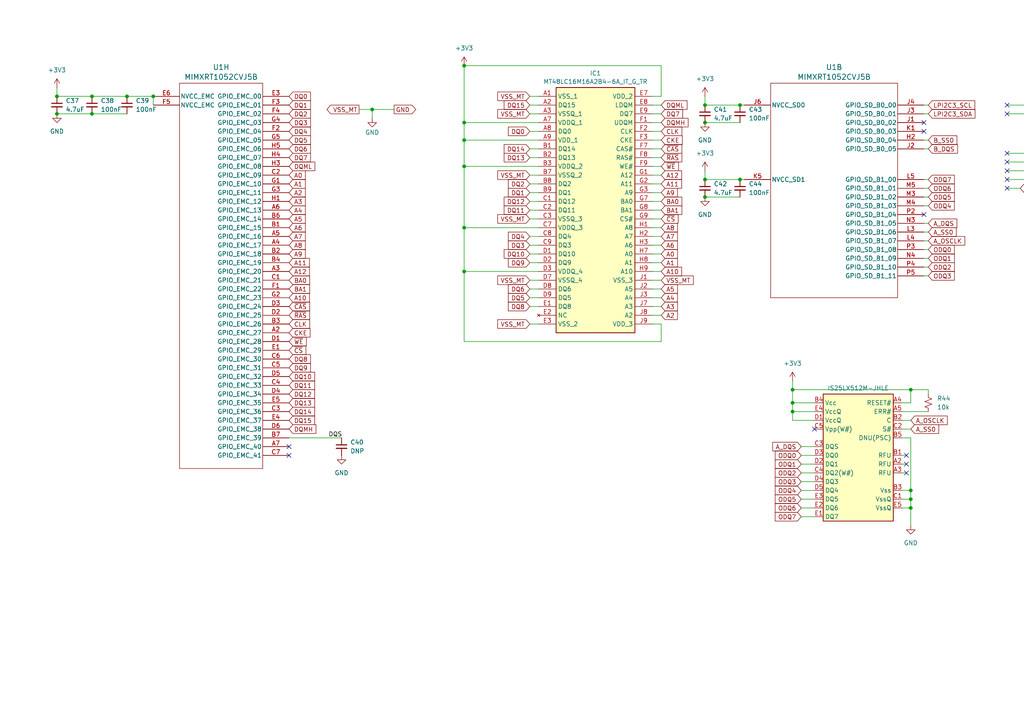
<source format=kicad_sch>
(kicad_sch (version 20250114) (generator "eeschema") (generator_version "9.0")
  (paper "A4")
  (junction (at 134.62 19.05))
  (junction (at 264.16 147.32))
  (junction (at 264.16 142.24))
  (junction (at 229.87 113.03))
  (junction (at 204.47 52.07))
  (junction (at 214.63 30.48))
  (junction (at 107.95 31.75))
  (junction (at 134.62 66.04))
  (junction (at 264.16 144.78))
  (junction (at 134.62 40.64))
  (junction (at 264.16 113.03))
  (junction (at 204.47 30.48))
  (junction (at 26.67 33.02))
  (junction (at 134.62 35.56))
  (junction (at 214.63 52.07))
  (junction (at 204.47 35.56))
  (junction (at 16.51 27.94))
  (junction (at 26.67 27.94))
  (junction (at 229.87 119.38))
  (junction (at 134.62 78.74))
  (junction (at 204.47 57.15))
  (junction (at 36.83 27.94))
  (junction (at 16.51 33.02))
  (junction (at 229.87 116.84))
  (junction (at 44.45 27.94))
  (junction (at 134.62 48.26))
  (no_connect (at 292.1 46.99))
  (no_connect (at 292.1 30.48))
  (no_connect (at 292.1 52.07))
  (no_connect (at 267.97 62.23))
  (no_connect (at 292.1 33.02))
  (no_connect (at 83.82 129.54))
  (no_connect (at 236.22 124.46))
  (no_connect (at 262.89 134.62))
  (no_connect (at 83.82 132.08))
  (no_connect (at 262.89 132.08))
  (no_connect (at 292.1 44.45))
  (no_connect (at 267.97 38.1))
  (no_connect (at 267.97 35.56))
  (no_connect (at 292.1 49.53))
  (no_connect (at 262.89 137.16))
  (no_connect (at 292.1 54.61))
  (wire (pts (xy 153.67 81.28) (xy 156.21 81.28)))
  (wire (pts (xy 191.77 38.1) (xy 189.23 38.1)))
  (wire (pts (xy 189.23 48.26) (xy 191.77 48.26)))
  (wire (pts (xy 189.23 60.96) (xy 191.77 60.96)))
  (wire (pts (xy 229.87 119.38) (xy 236.22 119.38)))
  (wire (pts (xy 267.97 54.61) (xy 269.24 54.61)))
  (wire (pts (xy 16.51 25.4) (xy 16.51 27.94)))
  (wire (pts (xy 204.47 27.94) (xy 204.47 30.48)))
  (wire (pts (xy 269.24 43.18) (xy 267.97 43.18)))
  (wire (pts (xy 261.62 142.24) (xy 264.16 142.24)))
  (wire (pts (xy 189.23 81.28) (xy 191.77 81.28)))
  (wire (pts (xy 189.23 73.66) (xy 191.77 73.66)))
  (wire (pts (xy 264.16 113.03) (xy 269.24 113.03)))
  (wire (pts (xy 153.67 55.88) (xy 156.21 55.88)))
  (wire (pts (xy 229.87 110.49) (xy 229.87 113.03)))
  (wire (pts (xy 264.16 147.32) (xy 264.16 152.4)))
  (wire (pts (xy 261.62 124.46) (xy 264.16 124.46)))
  (wire (pts (xy 134.62 66.04) (xy 156.21 66.04)))
  (wire (pts (xy 264.16 144.78) (xy 264.16 147.32)))
  (wire (pts (xy 107.95 31.75) (xy 107.95 34.29)))
  (wire (pts (xy 232.41 142.24) (xy 236.22 142.24)))
  (wire (pts (xy 232.41 147.32) (xy 236.22 147.32)))
  (wire (pts (xy 153.67 38.1) (xy 156.21 38.1)))
  (wire (pts (xy 153.67 83.82) (xy 156.21 83.82)))
  (wire (pts (xy 189.23 53.34) (xy 191.77 53.34)))
  (wire (pts (xy 261.62 121.92) (xy 264.16 121.92)))
  (wire (pts (xy 267.97 80.01) (xy 269.24 80.01)))
  (wire (pts (xy 189.23 43.18) (xy 191.77 43.18)))
  (wire (pts (xy 191.77 19.05) (xy 191.77 27.94)))
  (wire (pts (xy 189.23 58.42) (xy 191.77 58.42)))
  (wire (pts (xy 189.23 33.02) (xy 191.77 33.02)))
  (wire (pts (xy 292.1 52.07) (xy 297.18 52.07)))
  (wire (pts (xy 134.62 35.56) (xy 134.62 40.64)))
  (wire (pts (xy 134.62 35.56) (xy 156.21 35.56)))
  (wire (pts (xy 153.67 76.2) (xy 156.21 76.2)))
  (wire (pts (xy 269.24 33.02) (xy 267.97 33.02)))
  (wire (pts (xy 36.83 27.94) (xy 44.45 27.94)))
  (wire (pts (xy 229.87 113.03) (xy 229.87 116.84)))
  (wire (pts (xy 236.22 121.92) (xy 229.87 121.92)))
  (wire (pts (xy 267.97 57.15) (xy 269.24 57.15)))
  (wire (pts (xy 292.1 44.45) (xy 297.18 44.45)))
  (wire (pts (xy 267.97 67.31) (xy 269.24 67.31)))
  (wire (pts (xy 189.23 27.94) (xy 191.77 27.94)))
  (wire (pts (xy 204.47 49.53) (xy 204.47 52.07)))
  (wire (pts (xy 153.67 60.96) (xy 156.21 60.96)))
  (wire (pts (xy 153.67 58.42) (xy 156.21 58.42)))
  (wire (pts (xy 262.89 134.62) (xy 261.62 134.62)))
  (wire (pts (xy 236.22 132.08) (xy 232.41 132.08)))
  (wire (pts (xy 232.41 129.54) (xy 236.22 129.54)))
  (wire (pts (xy 269.24 113.03) (xy 269.24 114.3)))
  (wire (pts (xy 153.67 45.72) (xy 156.21 45.72)))
  (wire (pts (xy 153.67 33.02) (xy 156.21 33.02)))
  (wire (pts (xy 267.97 40.64) (xy 269.24 40.64)))
  (wire (pts (xy 134.62 40.64) (xy 134.62 48.26)))
  (wire (pts (xy 261.62 116.84) (xy 264.16 116.84)))
  (wire (pts (xy 189.23 83.82) (xy 191.77 83.82)))
  (wire (pts (xy 189.23 35.56) (xy 191.77 35.56)))
  (wire (pts (xy 134.62 48.26) (xy 156.21 48.26)))
  (wire (pts (xy 153.67 63.5) (xy 156.21 63.5)))
  (wire (pts (xy 229.87 121.92) (xy 229.87 119.38)))
  (wire (pts (xy 267.97 74.93) (xy 269.24 74.93)))
  (wire (pts (xy 189.23 71.12) (xy 191.77 71.12)))
  (wire (pts (xy 264.16 127) (xy 264.16 142.24)))
  (wire (pts (xy 153.67 43.18) (xy 156.21 43.18)))
  (wire (pts (xy 189.23 78.74) (xy 191.77 78.74)))
  (wire (pts (xy 44.45 27.94) (xy 44.45 30.48)))
  (wire (pts (xy 16.51 33.02) (xy 26.67 33.02)))
  (wire (pts (xy 189.23 93.98) (xy 191.77 93.98)))
  (wire (pts (xy 269.24 30.48) (xy 267.97 30.48)))
  (wire (pts (xy 264.16 142.24) (xy 264.16 144.78)))
  (wire (pts (xy 189.23 30.48) (xy 191.77 30.48)))
  (wire (pts (xy 262.89 132.08) (xy 261.62 132.08)))
  (wire (pts (xy 236.22 134.62) (xy 232.41 134.62)))
  (wire (pts (xy 267.97 52.07) (xy 269.24 52.07)))
  (wire (pts (xy 229.87 113.03) (xy 264.16 113.03)))
  (wire (pts (xy 236.22 137.16) (xy 232.41 137.16)))
  (wire (pts (xy 191.77 99.06) (xy 191.77 93.98)))
  (wire (pts (xy 26.67 27.94) (xy 36.83 27.94)))
  (wire (pts (xy 292.1 54.61) (xy 295.91 54.61)))
  (wire (pts (xy 134.62 66.04) (xy 134.62 78.74)))
  (wire (pts (xy 153.67 50.8) (xy 156.21 50.8)))
  (wire (pts (xy 229.87 116.84) (xy 236.22 116.84)))
  (wire (pts (xy 153.67 53.34) (xy 156.21 53.34)))
  (wire (pts (xy 134.62 48.26) (xy 134.62 66.04)))
  (wire (pts (xy 16.51 27.94) (xy 26.67 27.94)))
  (wire (pts (xy 134.62 78.74) (xy 134.62 99.06)))
  (wire (pts (xy 267.97 64.77) (xy 269.24 64.77)))
  (wire (pts (xy 236.22 139.7) (xy 232.41 139.7)))
  (wire (pts (xy 153.67 71.12) (xy 156.21 71.12)))
  (wire (pts (xy 292.1 46.99) (xy 297.18 46.99)))
  (wire (pts (xy 189.23 76.2) (xy 191.77 76.2)))
  (wire (pts (xy 214.63 52.07) (xy 215.9 52.07)))
  (wire (pts (xy 261.62 144.78) (xy 264.16 144.78)))
  (wire (pts (xy 292.1 30.48) (xy 297.18 30.48)))
  (wire (pts (xy 189.23 55.88) (xy 191.77 55.88)))
  (wire (pts (xy 267.97 69.85) (xy 269.24 69.85)))
  (wire (pts (xy 204.47 35.56) (xy 214.63 35.56)))
  (wire (pts (xy 153.67 93.98) (xy 156.21 93.98)))
  (wire (pts (xy 134.62 78.74) (xy 156.21 78.74)))
  (wire (pts (xy 189.23 66.04) (xy 191.77 66.04)))
  (wire (pts (xy 267.97 59.69) (xy 269.24 59.69)))
  (wire (pts (xy 83.82 127) (xy 99.06 127)))
  (wire (pts (xy 189.23 68.58) (xy 191.77 68.58)))
  (wire (pts (xy 134.62 19.05) (xy 191.77 19.05)))
  (wire (pts (xy 261.62 119.38) (xy 269.24 119.38)))
  (wire (pts (xy 134.62 19.05) (xy 134.62 35.56)))
  (wire (pts (xy 267.97 72.39) (xy 269.24 72.39)))
  (wire (pts (xy 189.23 50.8) (xy 191.77 50.8)))
  (wire (pts (xy 153.67 73.66) (xy 156.21 73.66)))
  (wire (pts (xy 204.47 30.48) (xy 214.63 30.48)))
  (wire (pts (xy 261.62 127) (xy 264.16 127)))
  (wire (pts (xy 204.47 57.15) (xy 214.63 57.15)))
  (wire (pts (xy 189.23 45.72) (xy 191.77 45.72)))
  (wire (pts (xy 153.67 68.58) (xy 156.21 68.58)))
  (wire (pts (xy 134.62 40.64) (xy 156.21 40.64)))
  (wire (pts (xy 153.67 88.9) (xy 156.21 88.9)))
  (wire (pts (xy 232.41 144.78) (xy 236.22 144.78)))
  (wire (pts (xy 264.16 116.84) (xy 264.16 113.03)))
  (wire (pts (xy 189.23 86.36) (xy 191.77 86.36)))
  (wire (pts (xy 267.97 77.47) (xy 269.24 77.47)))
  (wire (pts (xy 261.62 147.32) (xy 264.16 147.32)))
  (wire (pts (xy 191.77 40.64) (xy 189.23 40.64)))
  (wire (pts (xy 292.1 33.02) (xy 297.18 33.02)))
  (wire (pts (xy 153.67 86.36) (xy 156.21 86.36)))
  (wire (pts (xy 153.67 27.94) (xy 156.21 27.94)))
  (wire (pts (xy 229.87 119.38) (xy 229.87 116.84)))
  (wire (pts (xy 232.41 149.86) (xy 236.22 149.86)))
  (wire (pts (xy 189.23 91.44) (xy 191.77 91.44)))
  (wire (pts (xy 262.89 137.16) (xy 261.62 137.16)))
  (wire (pts (xy 153.67 30.48) (xy 156.21 30.48)))
  (wire (pts (xy 104.14 31.75) (xy 107.95 31.75)))
  (wire (pts (xy 189.23 88.9) (xy 191.77 88.9)))
  (wire (pts (xy 134.62 99.06) (xy 191.77 99.06)))
  (wire (pts (xy 292.1 49.53) (xy 297.18 49.53)))
  (wire (pts (xy 204.47 52.07) (xy 214.63 52.07)))
  (wire (pts (xy 107.95 31.75) (xy 114.3 31.75)))
  (wire (pts (xy 26.67 33.02) (xy 36.83 33.02)))
  (wire (pts (xy 214.63 30.48) (xy 215.9 30.48)))
  (wire (pts (xy 189.23 63.5) (xy 191.77 63.5)))
  (label "DQS" (at 95.25 127 0))
  (global_label "A_DQS" (shape input) (at 269.24 64.77 0) (property "Intersheetrefs" "${INTERSHEET_REFS}" (effects (hide yes))))
  (global_label "DQ14" (shape input) (at 83.82 119.38 0) (property "Intersheetrefs" "${INTERSHEET_REFS}" (effects (hide yes))))
  (global_label "DQ6" (shape input) (at 83.82 43.18 0) (property "Intersheetrefs" "${INTERSHEET_REFS}" (effects (hide yes))))
  (global_label "A2" (shape input) (at 83.82 55.88 0) (property "Intersheetrefs" "${INTERSHEET_REFS}" (effects (hide yes))))
  (global_label "A_OSCLK" (shape input) (at 269.24 69.85 0) (property "Intersheetrefs" "${INTERSHEET_REFS}" (effects (hide yes))))
  (global_label "B_DQS" (shape input) (at 269.24 43.18 0) (property "Intersheetrefs" "${INTERSHEET_REFS}" (effects (hide yes))))
  (global_label "VSS_MT" (shape input) (at 153.67 63.5 180) (property "Intersheetrefs" "${INTERSHEET_REFS}" (effects (hide yes))))
  (global_label "DQ6" (shape input) (at 153.67 83.82 180) (property "Intersheetrefs" "${INTERSHEET_REFS}" (effects (hide yes))))
  (global_label "ODQ1" (shape input) (at 269.24 74.93 0) (property "Intersheetrefs" "${INTERSHEET_REFS}" (effects (hide yes))))
  (global_label "DQ1" (shape input) (at 153.67 55.88 180) (property "Intersheetrefs" "${INTERSHEET_REFS}" (effects (hide yes))))
  (global_label "CKE" (shape input) (at 191.77 40.64 0) (property "Intersheetrefs" "${INTERSHEET_REFS}" (effects (hide yes))))
  (global_label "DQ4" (shape input) (at 83.82 38.1 0) (property "Intersheetrefs" "${INTERSHEET_REFS}" (effects (hide yes))))
  (global_label "VSS_MT" (shape output) (at 104.14 31.75 180) (property "Intersheetrefs" "${INTERSHEET_REFS}" (effects (hide yes))))
  (global_label "~{CS}" (shape input) (at 191.77 63.5 0) (property "Intersheetrefs" "${INTERSHEET_REFS}" (effects (hide yes))))
  (global_label "ODQ4" (shape input) (at 269.24 59.69 0) (property "Intersheetrefs" "${INTERSHEET_REFS}" (effects (hide yes))))
  (global_label "B_SS1" (shape input) (at 297.18 46.99 0) (property "Intersheetrefs" "${INTERSHEET_REFS}" (effects (hide yes))))
  (global_label "B_SS0" (shape input) (at 297.18 49.53 0) (property "Intersheetrefs" "${INTERSHEET_REFS}" (effects (hide yes))))
  (global_label "A12" (shape input) (at 191.77 50.8 0) (property "Intersheetrefs" "${INTERSHEET_REFS}" (effects (hide yes))))
  (global_label "A7" (shape input) (at 83.82 68.58 0) (property "Intersheetrefs" "${INTERSHEET_REFS}" (effects (hide yes))))
  (global_label "DQ7" (shape input) (at 191.77 33.02 0) (property "Intersheetrefs" "${INTERSHEET_REFS}" (effects (hide yes))))
  (global_label "DQ9" (shape input) (at 153.67 76.2 180) (property "Intersheetrefs" "${INTERSHEET_REFS}" (effects (hide yes))))
  (global_label "GND" (shape output) (at 114.3 31.75 0) (property "Intersheetrefs" "${INTERSHEET_REFS}" (effects (hide yes))))
  (global_label "~{WE}" (shape input) (at 191.77 48.26 0) (property "Intersheetrefs" "${INTERSHEET_REFS}" (effects (hide yes))))
  (global_label "DQ11" (shape input) (at 83.82 111.76 0) (property "Intersheetrefs" "${INTERSHEET_REFS}" (effects (hide yes))))
  (global_label "ODQ0" (shape input) (at 269.24 72.39 0) (property "Intersheetrefs" "${INTERSHEET_REFS}" (effects (hide yes))))
  (global_label "ODQ6" (shape input) (at 269.24 54.61 0) (property "Intersheetrefs" "${INTERSHEET_REFS}" (effects (hide yes))))
  (global_label "DQ12" (shape input) (at 153.67 58.42 180) (property "Intersheetrefs" "${INTERSHEET_REFS}" (effects (hide yes))))
  (global_label "DQ11" (shape input) (at 153.67 60.96 180) (property "Intersheetrefs" "${INTERSHEET_REFS}" (effects (hide yes))))
  (global_label "DQ12" (shape input) (at 83.82 114.3 0) (property "Intersheetrefs" "${INTERSHEET_REFS}" (effects (hide yes))))
  (global_label "ODQ7" (shape input) (at 269.24 52.07 0) (property "Intersheetrefs" "${INTERSHEET_REFS}" (effects (hide yes))))
  (global_label "~{CAS}" (shape input) (at 83.82 88.9 0) (property "Intersheetrefs" "${INTERSHEET_REFS}" (effects (hide yes))))
  (global_label "ODQ6" (shape input) (at 232.41 147.32 180) (property "Intersheetrefs" "${INTERSHEET_REFS}" (effects (hide yes))))
  (global_label "CLK" (shape input) (at 83.82 93.98 0) (property "Intersheetrefs" "${INTERSHEET_REFS}" (effects (hide yes))))
  (global_label "ODQ5" (shape input) (at 269.24 57.15 0) (property "Intersheetrefs" "${INTERSHEET_REFS}" (effects (hide yes))))
  (global_label "BA1" (shape input) (at 191.77 60.96 0) (property "Intersheetrefs" "${INTERSHEET_REFS}" (effects (hide yes))))
  (global_label "A5" (shape input) (at 83.82 63.5 0) (property "Intersheetrefs" "${INTERSHEET_REFS}" (effects (hide yes))))
  (global_label "A9" (shape input) (at 191.77 55.88 0) (property "Intersheetrefs" "${INTERSHEET_REFS}" (effects (hide yes))))
  (global_label "DQ13" (shape input) (at 83.82 116.84 0) (property "Intersheetrefs" "${INTERSHEET_REFS}" (effects (hide yes))))
  (global_label "ODQ7" (shape input) (at 232.41 149.86 180) (property "Intersheetrefs" "${INTERSHEET_REFS}" (effects (hide yes))))
  (global_label "CLK" (shape input) (at 191.77 38.1 0) (property "Intersheetrefs" "${INTERSHEET_REFS}" (effects (hide yes))))
  (global_label "VSS_MT" (shape input) (at 153.67 81.28 180) (property "Intersheetrefs" "${INTERSHEET_REFS}" (effects (hide yes))))
  (global_label "DQ2" (shape input) (at 153.67 53.34 180) (property "Intersheetrefs" "${INTERSHEET_REFS}" (effects (hide yes))))
  (global_label "A2" (shape input) (at 191.77 91.44 0) (property "Intersheetrefs" "${INTERSHEET_REFS}" (effects (hide yes))))
  (global_label "DQ2" (shape input) (at 83.82 33.02 0) (property "Intersheetrefs" "${INTERSHEET_REFS}" (effects (hide yes))))
  (global_label "A_SS0" (shape input) (at 264.16 124.46 0) (property "Intersheetrefs" "${INTERSHEET_REFS}" (effects (hide yes))))
  (global_label "A7" (shape input) (at 191.77 68.58 0) (property "Intersheetrefs" "${INTERSHEET_REFS}" (effects (hide yes))))
  (global_label "A12" (shape input) (at 83.82 78.74 0) (property "Intersheetrefs" "${INTERSHEET_REFS}" (effects (hide yes))))
  (global_label "~{RAS}" (shape input) (at 83.82 91.44 0) (property "Intersheetrefs" "${INTERSHEET_REFS}" (effects (hide yes))))
  (global_label "VSS_MT" (shape input) (at 153.67 50.8 180) (property "Intersheetrefs" "${INTERSHEET_REFS}" (effects (hide yes))))
  (global_label "A11" (shape input) (at 83.82 76.2 0) (property "Intersheetrefs" "${INTERSHEET_REFS}" (effects (hide yes))))
  (global_label "~{CS}" (shape input) (at 83.82 101.6 0) (property "Intersheetrefs" "${INTERSHEET_REFS}" (effects (hide yes))))
  (global_label "DQ15" (shape input) (at 83.82 121.92 0) (property "Intersheetrefs" "${INTERSHEET_REFS}" (effects (hide yes))))
  (global_label "VSS_MT" (shape input) (at 153.67 33.02 180) (property "Intersheetrefs" "${INTERSHEET_REFS}" (effects (hide yes))))
  (global_label "DQMH" (shape input) (at 83.82 124.46 0) (property "Intersheetrefs" "${INTERSHEET_REFS}" (effects (hide yes))))
  (global_label "A0" (shape input) (at 83.82 50.8 0) (property "Intersheetrefs" "${INTERSHEET_REFS}" (effects (hide yes))))
  (global_label "ODQ2" (shape input) (at 269.24 77.47 0) (property "Intersheetrefs" "${INTERSHEET_REFS}" (effects (hide yes))))
  (global_label "ODQ2" (shape input) (at 232.41 137.16 180) (property "Intersheetrefs" "${INTERSHEET_REFS}" (effects (hide yes))))
  (global_label "A8" (shape input) (at 191.77 66.04 0) (property "Intersheetrefs" "${INTERSHEET_REFS}" (effects (hide yes))))
  (global_label "DQ0" (shape input) (at 83.82 27.94 0) (property "Intersheetrefs" "${INTERSHEET_REFS}" (effects (hide yes))))
  (global_label "DQ8" (shape input) (at 153.67 88.9 180) (property "Intersheetrefs" "${INTERSHEET_REFS}" (effects (hide yes))))
  (global_label "A9" (shape input) (at 83.82 73.66 0) (property "Intersheetrefs" "${INTERSHEET_REFS}" (effects (hide yes))))
  (global_label "B_SS0" (shape input) (at 269.24 40.64 0) (property "Intersheetrefs" "${INTERSHEET_REFS}" (effects (hide yes))))
  (global_label "B_DQS" (shape input) (at 297.18 52.07 0) (property "Intersheetrefs" "${INTERSHEET_REFS}" (effects (hide yes))))
  (global_label "A_SS0" (shape input) (at 269.24 67.31 0) (property "Intersheetrefs" "${INTERSHEET_REFS}" (effects (hide yes))))
  (global_label "ODQ3" (shape input) (at 269.24 80.01 0) (property "Intersheetrefs" "${INTERSHEET_REFS}" (effects (hide yes))))
  (global_label "DQML" (shape input) (at 191.77 30.48 0) (property "Intersheetrefs" "${INTERSHEET_REFS}" (effects (hide yes))))
  (global_label "A3" (shape input) (at 83.82 58.42 0) (property "Intersheetrefs" "${INTERSHEET_REFS}" (effects (hide yes))))
  (global_label "A0" (shape input) (at 191.77 73.66 0) (property "Intersheetrefs" "${INTERSHEET_REFS}" (effects (hide yes))))
  (global_label "CKE" (shape input) (at 83.82 96.52 0) (property "Intersheetrefs" "${INTERSHEET_REFS}" (effects (hide yes))))
  (global_label "A6" (shape input) (at 83.82 66.04 0) (property "Intersheetrefs" "${INTERSHEET_REFS}" (effects (hide yes))))
  (global_label "B_OSCLK" (shape input) (at 295.91 54.61 0) (property "Intersheetrefs" "${INTERSHEET_REFS}" (effects (hide yes))))
  (global_label "ODQ1" (shape input) (at 232.41 134.62 180) (property "Intersheetrefs" "${INTERSHEET_REFS}" (effects (hide yes))))
  (global_label "~{RAS}" (shape input) (at 191.77 45.72 0) (property "Intersheetrefs" "${INTERSHEET_REFS}" (effects (hide yes))))
  (global_label "A4" (shape input) (at 83.82 60.96 0) (property "Intersheetrefs" "${INTERSHEET_REFS}" (effects (hide yes))))
  (global_label "A6" (shape input) (at 191.77 71.12 0) (property "Intersheetrefs" "${INTERSHEET_REFS}" (effects (hide yes))))
  (global_label "DQ0" (shape input) (at 153.67 38.1 180) (property "Intersheetrefs" "${INTERSHEET_REFS}" (effects (hide yes))))
  (global_label "DQ3" (shape input) (at 83.82 35.56 0) (property "Intersheetrefs" "${INTERSHEET_REFS}" (effects (hide yes))))
  (global_label "LPI2C3_SDA" (shape input) (at 269.24 33.02 0) (property "Intersheetrefs" "${INTERSHEET_REFS}" (effects (hide yes))))
  (global_label "DQMH" (shape input) (at 191.77 35.56 0) (property "Intersheetrefs" "${INTERSHEET_REFS}" (effects (hide yes))))
  (global_label "DQ4" (shape input) (at 153.67 68.58 180) (property "Intersheetrefs" "${INTERSHEET_REFS}" (effects (hide yes))))
  (global_label "DQ5" (shape input) (at 83.82 40.64 0) (property "Intersheetrefs" "${INTERSHEET_REFS}" (effects (hide yes))))
  (global_label "A4" (shape input) (at 191.77 86.36 0) (property "Intersheetrefs" "${INTERSHEET_REFS}" (effects (hide yes))))
  (global_label "BA0" (shape input) (at 83.82 81.28 0) (property "Intersheetrefs" "${INTERSHEET_REFS}" (effects (hide yes))))
  (global_label "ODQ3" (shape input) (at 232.41 139.7 180) (property "Intersheetrefs" "${INTERSHEET_REFS}" (effects (hide yes))))
  (global_label "ODQ5" (shape input) (at 232.41 144.78 180) (property "Intersheetrefs" "${INTERSHEET_REFS}" (effects (hide yes))))
  (global_label "A1" (shape input) (at 191.77 76.2 0) (property "Intersheetrefs" "${INTERSHEET_REFS}" (effects (hide yes))))
  (global_label "BA0" (shape input) (at 191.77 58.42 0) (property "Intersheetrefs" "${INTERSHEET_REFS}" (effects (hide yes))))
  (global_label "DQ5" (shape input) (at 153.67 86.36 180) (property "Intersheetrefs" "${INTERSHEET_REFS}" (effects (hide yes))))
  (global_label "A11" (shape input) (at 191.77 53.34 0) (property "Intersheetrefs" "${INTERSHEET_REFS}" (effects (hide yes))))
  (global_label "A1" (shape input) (at 83.82 53.34 0) (property "Intersheetrefs" "${INTERSHEET_REFS}" (effects (hide yes))))
  (global_label "A8" (shape input) (at 83.82 71.12 0) (property "Intersheetrefs" "${INTERSHEET_REFS}" (effects (hide yes))))
  (global_label "DQ3" (shape input) (at 153.67 71.12 180) (property "Intersheetrefs" "${INTERSHEET_REFS}" (effects (hide yes))))
  (global_label "B_SS1" (shape input) (at 297.18 33.02 0) (property "Intersheetrefs" "${INTERSHEET_REFS}" (effects (hide yes))))
  (global_label "A5" (shape input) (at 191.77 83.82 0) (property "Intersheetrefs" "${INTERSHEET_REFS}" (effects (hide yes))))
  (global_label "ODQ4" (shape input) (at 232.41 142.24 180) (property "Intersheetrefs" "${INTERSHEET_REFS}" (effects (hide yes))))
  (global_label "DQ15" (shape input) (at 153.67 30.48 180) (property "Intersheetrefs" "${INTERSHEET_REFS}" (effects (hide yes))))
  (global_label "A10" (shape input) (at 83.82 86.36 0) (property "Intersheetrefs" "${INTERSHEET_REFS}" (effects (hide yes))))
  (global_label "ODQ0" (shape input) (at 232.41 132.08 180) (property "Intersheetrefs" "${INTERSHEET_REFS}" (effects (hide yes))))
  (global_label "~{WE}" (shape input) (at 83.82 99.06 0) (property "Intersheetrefs" "${INTERSHEET_REFS}" (effects (hide yes))))
  (global_label "DQ8" (shape input) (at 83.82 104.14 0) (property "Intersheetrefs" "${INTERSHEET_REFS}" (effects (hide yes))))
  (global_label "DQ9" (shape input) (at 83.82 106.68 0) (property "Intersheetrefs" "${INTERSHEET_REFS}" (effects (hide yes))))
  (global_label "DQ10" (shape input) (at 153.67 73.66 180) (property "Intersheetrefs" "${INTERSHEET_REFS}" (effects (hide yes))))
  (global_label "DQ1" (shape input) (at 83.82 30.48 0) (property "Intersheetrefs" "${INTERSHEET_REFS}" (effects (hide yes))))
  (global_label "DQ13" (shape input) (at 153.67 45.72 180) (property "Intersheetrefs" "${INTERSHEET_REFS}" (effects (hide yes))))
  (global_label "A_OSCLK" (shape input) (at 264.16 121.92 0) (property "Intersheetrefs" "${INTERSHEET_REFS}" (effects (hide yes))))
  (global_label "VSS_MT" (shape input) (at 153.67 93.98 180) (property "Intersheetrefs" "${INTERSHEET_REFS}" (effects (hide yes))))
  (global_label "DQML" (shape input) (at 83.82 48.26 0) (property "Intersheetrefs" "${INTERSHEET_REFS}" (effects (hide yes))))
  (global_label "DQ7" (shape input) (at 83.82 45.72 0) (property "Intersheetrefs" "${INTERSHEET_REFS}" (effects (hide yes))))
  (global_label "VSS_MT" (shape input) (at 153.67 27.94 180) (property "Intersheetrefs" "${INTERSHEET_REFS}" (effects (hide yes))))
  (global_label "BA1" (shape input) (at 83.82 83.82 0) (property "Intersheetrefs" "${INTERSHEET_REFS}" (effects (hide yes))))
  (global_label "A3" (shape input) (at 191.77 88.9 0) (property "Intersheetrefs" "${INTERSHEET_REFS}" (effects (hide yes))))
  (global_label "A_SS1" (shape input) (at 297.18 44.45 0) (property "Intersheetrefs" "${INTERSHEET_REFS}" (effects (hide yes))))
  (global_label "LPI2C3_SCL" (shape input) (at 269.24 30.48 0) (property "Intersheetrefs" "${INTERSHEET_REFS}" (effects (hide yes))))
  (global_label "~{CAS}" (shape input) (at 191.77 43.18 0) (property "Intersheetrefs" "${INTERSHEET_REFS}" (effects (hide yes))))
  (global_label "A_SS1" (shape input) (at 297.18 30.48 0) (property "Intersheetrefs" "${INTERSHEET_REFS}" (effects (hide yes))))
  (global_label "A_DQS" (shape input) (at 232.41 129.54 180) (property "Intersheetrefs" "${INTERSHEET_REFS}" (effects (hide yes))))
  (global_label "VSS_MT" (shape input) (at 191.77 81.28 0) (property "Intersheetrefs" "${INTERSHEET_REFS}" (effects (hide yes))))
  (global_label "A10" (shape input) (at 191.77 78.74 0) (property "Intersheetrefs" "${INTERSHEET_REFS}" (effects (hide yes))))
  (global_label "DQ14" (shape input) (at 153.67 43.18 180) (property "Intersheetrefs" "${INTERSHEET_REFS}" (effects (hide yes))))
  (global_label "DQ10" (shape input) (at 83.82 109.22 0) (property "Intersheetrefs" "${INTERSHEET_REFS}" (effects (hide yes))))
  (symbol (lib_id "Device:C_Small") (at 204.47 54.61 0) (unit 1)
    (property "Reference" "C42" (at 207.01 53.3462 0) (effects (justify left)))
    (property "Value" "4.7uF" (at 207.01 55.8862 0) (effects (justify left)))
    (property "Footprint" "Capacitor_SMD:C_0201_0603Metric" (effects (hide yes)))
    (property "Description" "Unpolarized capacitor, small symbol" (effects (hide yes)))
  )
  (symbol (lib_id "power:+3V3") (at 229.87 110.49 0) (unit 1)
    (property "Reference" "#PWR062" (effects (hide yes)))
    (property "Value" "+3V3" (at 229.87 105.41 0))
  )
  (symbol (lib_id "power:GND") (at 204.47 35.56 0) (unit 1)
    (property "Reference" "#PWR059" (effects (hide yes)))
    (property "Value" "GND" (at 204.47 40.64 0))
    (property "Description" "Power symbol creates a global label with name \"GND\" , ground" (effects (hide yes)))
  )
  (symbol (lib_id "power:+3V3") (at 16.51 25.4 0) (unit 1)
    (property "Reference" "#PWR080" (effects (hide yes)))
    (property "Value" "+3V3" (at 16.51 20.32 0))
  )
  (symbol (lib_id "MT84LC:MT48LC16M16A2B4-6A_IT_G_TR") (at 156.21 27.94 0) (unit 1)
    (property "Reference" "IC1" (at 172.72 21.2555 0))
    (property "Value" "MT48LC16M16A2B4-6A_IT_G_TR" (at 172.72 23.6798 0))
    (property "Footprint" "footprints:BGA54C80P9X9_800X800X100" (effects (hide yes)))
    (property "Datasheet" "https://datasheet.datasheetarchive.com/originals/distributors/DKDS-15/282049.pdf" (effects (hide yes)))
    (property "Description" "DRAM SDRAM 256M 16MX16 FBGA" (effects (hide yes)))
    (property "Height" "1" (effects (hide yes)))
    (property "Manufacturer_Name" "Micron" (effects (hide yes)))
    (property "Manufacturer_Part_Number" "MT48LC16M16A2B4-6A IT:G TR" (effects (hide yes)))
    (property "Mouser Part Number" "340-128306-REEL" (effects (hide yes)))
    (property "Mouser Price/Stock" "https://www.mouser.co.uk/ProductDetail/Micron/MT48LC16M16A2B4-6A-ITG-TR?qs=taEdVNyAfdHWIYVbps2qBg%3D%3D" (effects (hide yes)))
  )
  (symbol (lib_id "MIMXRT1052CVJ5B:MIMXRT1052CVJ5B") (at 223.52 24.13 0) (unit 2)
    (property "Reference" "U1" (at 241.935 19.4996 0) (effects (font (size 1.524 1.524))))
    (property "Value" "MIMXRT1052CVJ5B" (at 241.935 22.3325 0) (effects (font (size 1.524 1.524))))
    (property "Footprint" "footprints:BGA196C80P14X14_1200X1200X152" (effects (hide yes)))
    (property "Datasheet" "MIMXRT1052CVJ5B" (effects (hide yes)))
  )
  (symbol (lib_id "power:GND") (at 107.95 34.29 0) (unit 1)
    (property "Reference" "#PWR057" (effects (hide yes)))
    (property "Value" "GND" (at 107.95 38.4231 0))
    (property "Description" "Power symbol creates a global label with name \"GND\" , ground" (effects (hide yes)))
  )
  (symbol (lib_id "power:GND") (at 16.51 33.02 0) (unit 1)
    (property "Reference" "#PWR054" (effects (hide yes)))
    (property "Value" "GND" (at 16.51 38.1 0))
    (property "Description" "Power symbol creates a global label with name \"GND\" , ground" (effects (hide yes)))
  )
  (symbol (lib_id "power:+3V3") (at 204.47 27.94 0) (unit 1)
    (property "Reference" "#PWR060" (effects (hide yes)))
    (property "Value" "+3V3" (at 204.47 22.86 0))
  )
  (symbol (lib_id "Custom_Memory:IS25LX512M-JHLE") (at 248.92 124.46 0) (unit 1)
    (property "Reference" "U3" (effects (hide yes)))
    (property "Value" "IS25LX512M-JHLE" (at 248.92 112.5799 0))
    (property "Footprint" "Flash_test:BGA24C100P5X5_600X800X120" (effects (hide yes)))
  )
  (symbol (lib_id "Device:C_Small") (at 99.06 129.54 0) (unit 1)
    (property "Reference" "C40" (at 101.6 128.2762 0) (effects (justify left)))
    (property "Value" "DNP" (at 101.6 130.8162 0) (effects (justify left)))
    (property "Footprint" "Capacitor_SMD:C_0201_0603Metric" (effects (hide yes)))
    (property "Description" "Unpolarized capacitor, small symbol" (effects (hide yes)))
  )
  (symbol (lib_id "power:GND") (at 204.47 57.15 0) (unit 1)
    (property "Reference" "#PWR061" (effects (hide yes)))
    (property "Value" "GND" (at 204.47 62.23 0))
    (property "Description" "Power symbol creates a global label with name \"GND\" , ground" (effects (hide yes)))
  )
  (symbol (lib_id "Device:C_Small") (at 36.83 30.48 0) (unit 1)
    (property "Reference" "C39" (at 39.37 29.2162 0) (effects (justify left)))
    (property "Value" "100nF" (at 39.37 31.7562 0) (effects (justify left)))
    (property "Footprint" "Capacitor_SMD:C_0201_0603Metric" (effects (hide yes)))
    (property "Description" "Unpolarized capacitor, small symbol" (effects (hide yes)))
  )
  (symbol (lib_id "Device:C_Small") (at 204.47 33.02 0) (unit 1)
    (property "Reference" "C41" (at 207.01 31.7562 0) (effects (justify left)))
    (property "Value" "4.7uF" (at 207.01 34.2962 0) (effects (justify left)))
    (property "Footprint" "Capacitor_SMD:C_0201_0603Metric" (effects (hide yes)))
    (property "Description" "Unpolarized capacitor, small symbol" (effects (hide yes)))
  )
  (symbol (lib_id "Device:C_Small") (at 214.63 54.61 0) (unit 1)
    (property "Reference" "C44" (at 217.17 53.3462 0) (effects (justify left)))
    (property "Value" "100nF" (at 217.17 55.8862 0) (effects (justify left)))
    (property "Footprint" "Capacitor_SMD:C_0201_0603Metric" (effects (hide yes)))
    (property "Description" "Unpolarized capacitor, small symbol" (effects (hide yes)))
  )
  (symbol (lib_id "MIMXRT1052CVJ5B:MIMXRT1052CVJ5B") (at 52.07 24.13 0) (unit 8)
    (property "Reference" "U1" (at 64.135 19.4996 0) (effects (font (size 1.524 1.524))))
    (property "Value" "MIMXRT1052CVJ5B" (at 64.135 22.3325 0) (effects (font (size 1.524 1.524))))
    (property "Footprint" "footprints:BGA196C80P14X14_1200X1200X152" (effects (hide yes)))
    (property "Datasheet" "MIMXRT1052CVJ5B" (effects (hide yes)))
  )
  (symbol (lib_id "Device:C_Small") (at 26.67 30.48 0) (unit 1)
    (property "Reference" "C38" (at 29.21 29.2162 0) (effects (justify left)))
    (property "Value" "100nF" (at 29.21 31.7562 0) (effects (justify left)))
    (property "Footprint" "Capacitor_SMD:C_0201_0603Metric" (effects (hide yes)))
    (property "Description" "Unpolarized capacitor, small symbol" (effects (hide yes)))
  )
  (symbol (lib_id "power:GND") (at 99.06 132.08 0) (unit 1)
    (property "Reference" "#PWR055" (effects (hide yes)))
    (property "Value" "GND" (at 99.06 137.16 0))
    (property "Description" "Power symbol creates a global label with name \"GND\" , ground" (effects (hide yes)))
  )
  (symbol (lib_id "power:+3V3") (at 134.62 19.05 0) (unit 1)
    (property "Reference" "#PWR056" (effects (hide yes)))
    (property "Value" "+3V3" (at 134.62 13.97 0))
  )
  (symbol (lib_id "Device:C_Small") (at 214.63 33.02 0) (unit 1)
    (property "Reference" "C43" (at 217.17 31.7562 0) (effects (justify left)))
    (property "Value" "100nF" (at 217.17 34.2962 0) (effects (justify left)))
    (property "Footprint" "Capacitor_SMD:C_0201_0603Metric" (effects (hide yes)))
    (property "Description" "Unpolarized capacitor, small symbol" (effects (hide yes)))
  )
  (symbol (lib_id "power:GND") (at 264.16 152.4 0) (unit 1)
    (property "Reference" "#PWR063" (effects (hide yes)))
    (property "Value" "GND" (at 264.16 157.48 0))
    (property "Description" "Power symbol creates a global label with name \"GND\" , ground" (effects (hide yes)))
  )
  (symbol (lib_id "Device:R_Small_US") (at 269.24 116.84 0) (unit 1)
    (property "Reference" "R44" (at 271.78 115.5699 0) (effects (justify left)))
    (property "Value" "10k" (at 271.78 118.1099 0) (effects (justify left)))
    (property "Footprint" "Resistor_SMD:R_0201_0603Metric" (effects (hide yes)))
    (property "Description" "Resistor, small US symbol" (effects (hide yes)))
  )
  (symbol (lib_id "power:+3V3") (at 204.47 49.53 0) (unit 1)
    (property "Reference" "#PWR058" (effects (hide yes)))
    (property "Value" "+3V3" (at 204.47 44.45 0))
  )
  (symbol (lib_id "Device:C_Small") (at 16.51 30.48 0) (unit 1)
    (property "Reference" "C37" (at 19.05 29.2162 0) (effects (justify left)))
    (property "Value" "4.7uF" (at 19.05 31.7562 0) (effects (justify left)))
    (property "Footprint" "Capacitor_SMD:C_0201_0603Metric" (effects (hide yes)))
    (property "Description" "Unpolarized capacitor, small symbol" (effects (hide yes)))
  )
)
</source>
